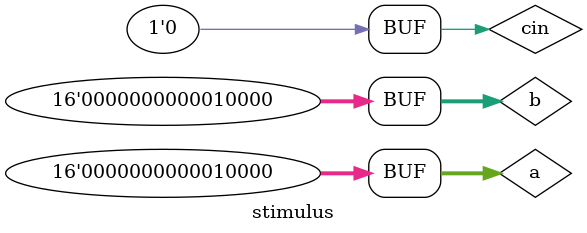
<source format=v>
`timescale 1ns / 1ps
module stimulus;
	// Inputs
	reg [15:0] a;
	reg [15:0] b;
	reg cin;
	// Outputs
	wire s;
	wire cout;
	// Instantiate the Unit Under Test (UUT)
	add_1bit uut (
		a,
		b,
		s,
		cout
	);

	initial begin
	$dumpfile("test.vcd");
    $dumpvars(0,stimulus);
		// Initialize Inputs
		a = 0; b = 0; cin = 0;

	#10 a = 0; b = 16;

	#10 a = 16; b = 16; cin = 1;

	#10 a = 16; b = 16; cin = 0;

	end

		initial begin
		 $monitor("t=%3d a=%d,b=%d,cin=%d,s=%d,cout=%d, \n",$time,a,b,cin,s,cout);
		 end

endmodule
</source>
